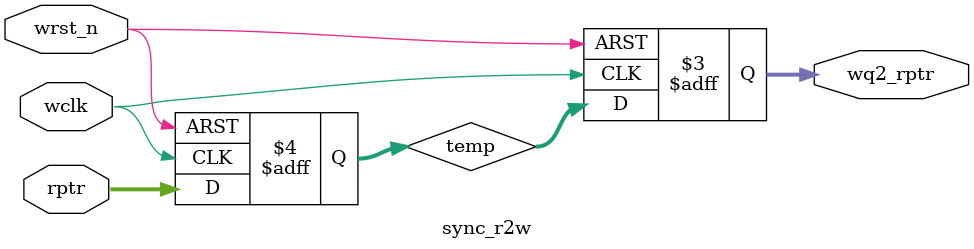
<source format=v>
module sync_r2w
(input wclk,
input wrst_n
,input [4:0]rptr, 
output reg [4:0]wq2_rptr);

reg [4:0]temp ; 

always @(posedge wclk,negedge wrst_n)
   if(!wrst_n)
      {wq2_rptr,temp} <= 4'd0;
  else 
      {wq2_rptr,temp} <= {temp,rptr} ; 

endmodule
</source>
